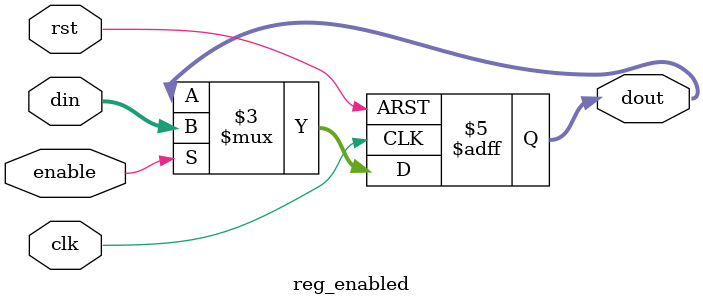
<source format=v>
`timescale 1ns / 1ps


// Define a parameterized register module with enable control.
// This module can be used for registers of any size as specified by the parameter N.
module reg_enabled #(
    parameter N=8  // Parameter N defines the width of the data input and output. The default is 8 bits.
)(
    input clk,          // Clock input: Used to synchronize the data transfer on the rising edge.
    input rst,          // Reset input: When high (positive edge detected), it resets the output to 0.
    input enable,       // Enable input: When high, allows data to be latched from din to dout.
    input [N-1:0] din,  // Data input: The data to be latched into the register when enabled.
    output reg [N-1:0] dout  // Data output: The current value stored in the register.
);

    // Sequential logic block: Sensitive to the rising edge of the clock or reset signal.
    always @(posedge clk or posedge rst)
    begin
        if(rst)  // Check if reset signal is high.
            dout <= 0;  // Asynchronously reset the output to 0.
        else if (clk == 1) begin  // Check if the clock signal is high (redundant due to posedge clk trigger).
            if(enable)  // Check if the enable signal is high.
                dout <= din;  // Latch the input data into the output register.
        end
    end
endmodule

























</source>
